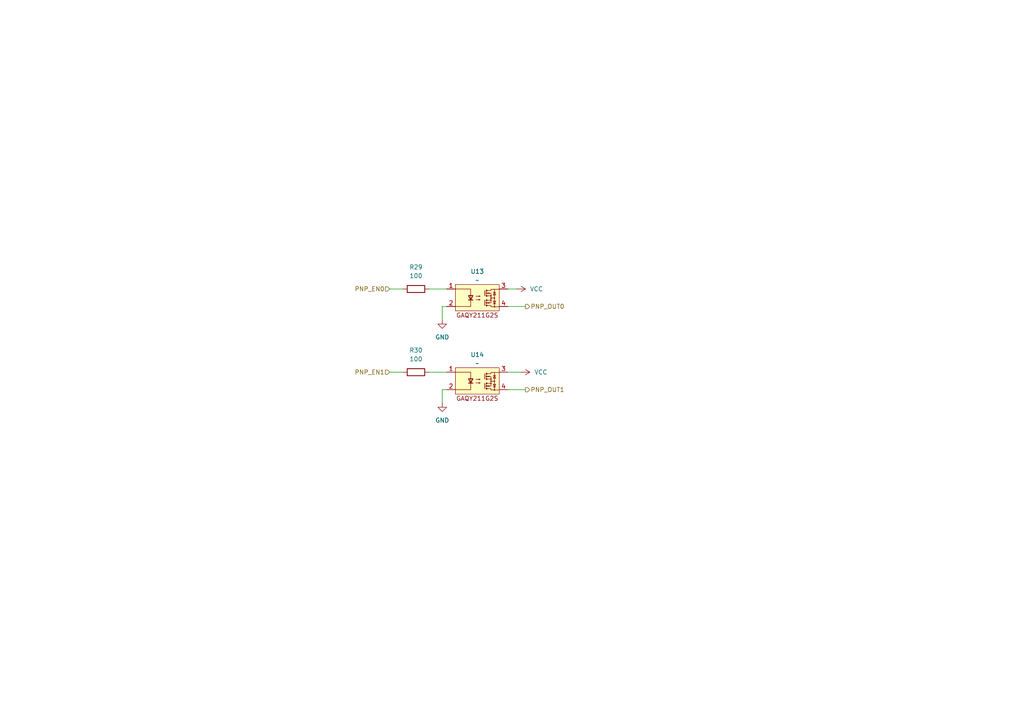
<source format=kicad_sch>
(kicad_sch
	(version 20250114)
	(generator "eeschema")
	(generator_version "9.0")
	(uuid "6b90f695-c192-42b5-bcb6-eae49eac3079")
	(paper "A4")
	(lib_symbols
		(symbol "Device:R"
			(pin_numbers
				(hide yes)
			)
			(pin_names
				(offset 0)
			)
			(exclude_from_sim no)
			(in_bom yes)
			(on_board yes)
			(property "Reference" "R"
				(at 2.032 0 90)
				(effects
					(font
						(size 1.27 1.27)
					)
				)
			)
			(property "Value" "R"
				(at 0 0 90)
				(effects
					(font
						(size 1.27 1.27)
					)
				)
			)
			(property "Footprint" ""
				(at -1.778 0 90)
				(effects
					(font
						(size 1.27 1.27)
					)
					(hide yes)
				)
			)
			(property "Datasheet" "~"
				(at 0 0 0)
				(effects
					(font
						(size 1.27 1.27)
					)
					(hide yes)
				)
			)
			(property "Description" "Resistor"
				(at 0 0 0)
				(effects
					(font
						(size 1.27 1.27)
					)
					(hide yes)
				)
			)
			(property "ki_keywords" "R res resistor"
				(at 0 0 0)
				(effects
					(font
						(size 1.27 1.27)
					)
					(hide yes)
				)
			)
			(property "ki_fp_filters" "R_*"
				(at 0 0 0)
				(effects
					(font
						(size 1.27 1.27)
					)
					(hide yes)
				)
			)
			(symbol "R_0_1"
				(rectangle
					(start -1.016 -2.54)
					(end 1.016 2.54)
					(stroke
						(width 0.254)
						(type default)
					)
					(fill
						(type none)
					)
				)
			)
			(symbol "R_1_1"
				(pin passive line
					(at 0 3.81 270)
					(length 1.27)
					(name "~"
						(effects
							(font
								(size 1.27 1.27)
							)
						)
					)
					(number "1"
						(effects
							(font
								(size 1.27 1.27)
							)
						)
					)
				)
				(pin passive line
					(at 0 -3.81 90)
					(length 1.27)
					(name "~"
						(effects
							(font
								(size 1.27 1.27)
							)
						)
					)
					(number "2"
						(effects
							(font
								(size 1.27 1.27)
							)
						)
					)
				)
			)
			(embedded_fonts no)
		)
		(symbol "Riqi_Parts:GAQY211G2S"
			(exclude_from_sim no)
			(in_bom yes)
			(on_board yes)
			(property "Reference" "U"
				(at 0 0 0)
				(effects
					(font
						(size 1.27 1.27)
					)
				)
			)
			(property "Value" ""
				(at 0 0 0)
				(effects
					(font
						(size 1.27 1.27)
					)
				)
			)
			(property "Footprint" "Package_SO:SO-4_4.4x4.3mm_P2.54mm"
				(at 0 0 0)
				(effects
					(font
						(size 1.27 1.27)
					)
					(hide yes)
				)
			)
			(property "Datasheet" "https://lcsc.com/datasheet/lcsc_datasheet_2411220035_SUPSiC-GAQY211G2S_C7435104.pdf"
				(at 0 0 0)
				(effects
					(font
						(size 1.27 1.27)
					)
					(hide yes)
				)
			)
			(property "Description" ""
				(at 0 0 0)
				(effects
					(font
						(size 1.27 1.27)
					)
					(hide yes)
				)
			)
			(symbol "GAQY211G2S_0_1"
				(polyline
					(pts
						(xy -2.54 -2.54) (xy 1.905 -2.54) (xy 1.905 -4.445)
					)
					(stroke
						(width 0)
						(type default)
					)
					(fill
						(type none)
					)
				)
				(polyline
					(pts
						(xy 1.27 -5.715) (xy 2.54 -5.715)
					)
					(stroke
						(width 0.254)
						(type default)
					)
					(fill
						(type none)
					)
				)
				(polyline
					(pts
						(xy 1.905 -4.191) (xy 1.905 -7.62) (xy -2.54 -7.62)
					)
					(stroke
						(width 0)
						(type default)
					)
					(fill
						(type none)
					)
				)
				(polyline
					(pts
						(xy 1.905 -5.715) (xy 1.27 -4.445) (xy 2.54 -4.445) (xy 1.905 -5.715)
					)
					(stroke
						(width 0.254)
						(type default)
					)
					(fill
						(type none)
					)
				)
				(polyline
					(pts
						(xy 3.4016 -4.6346) (xy 4.6716 -4.6346) (xy 4.2906 -4.7616) (xy 4.2906 -4.5076) (xy 4.6716 -4.6346)
					)
					(stroke
						(width 0)
						(type default)
					)
					(fill
						(type none)
					)
				)
				(polyline
					(pts
						(xy 3.4016 -5.6506) (xy 4.6716 -5.6506) (xy 4.2906 -5.7776) (xy 4.2906 -5.5236) (xy 4.6716 -5.6506)
					)
					(stroke
						(width 0)
						(type default)
					)
					(fill
						(type none)
					)
				)
				(polyline
					(pts
						(xy 6.004 -3.0018) (xy 6.004 -4.5258)
					)
					(stroke
						(width 0.2032)
						(type default)
					)
					(fill
						(type none)
					)
				)
				(polyline
					(pts
						(xy 6.004 -5.7958) (xy 6.004 -7.3198)
					)
					(stroke
						(width 0.2032)
						(type default)
					)
					(fill
						(type none)
					)
				)
				(polyline
					(pts
						(xy 6.512 -2.8748) (xy 6.512 -3.1288) (xy 6.512 -3.1288)
					)
					(stroke
						(width 0.3556)
						(type default)
					)
					(fill
						(type none)
					)
				)
				(polyline
					(pts
						(xy 6.512 -3.6368) (xy 6.512 -3.8908) (xy 6.512 -3.8908)
					)
					(stroke
						(width 0.3556)
						(type default)
					)
					(fill
						(type none)
					)
				)
				(polyline
					(pts
						(xy 6.512 -4.3988) (xy 6.512 -4.6528) (xy 6.512 -4.6528)
					)
					(stroke
						(width 0.3556)
						(type default)
					)
					(fill
						(type none)
					)
				)
				(polyline
					(pts
						(xy 6.512 -5.6688) (xy 6.512 -5.9228)
					)
					(stroke
						(width 0.3556)
						(type default)
					)
					(fill
						(type none)
					)
				)
				(polyline
					(pts
						(xy 6.512 -6.4308) (xy 6.512 -6.6848) (xy 6.512 -6.6848)
					)
					(stroke
						(width 0.3556)
						(type default)
					)
					(fill
						(type none)
					)
				)
				(polyline
					(pts
						(xy 6.512 -7.1928) (xy 6.512 -7.4468) (xy 6.512 -7.4468)
					)
					(stroke
						(width 0.3556)
						(type default)
					)
					(fill
						(type none)
					)
				)
				(polyline
					(pts
						(xy 6.639 -3.0018) (xy 7.782 -3.0018) (xy 7.782 -2.6208) (xy 10.068 -2.6208)
					)
					(stroke
						(width 0)
						(type default)
					)
					(fill
						(type none)
					)
				)
				(polyline
					(pts
						(xy 6.639 -3.7638) (xy 7.782 -3.7638) (xy 7.782 -4.5258)
					)
					(stroke
						(width 0)
						(type default)
					)
					(fill
						(type none)
					)
				)
				(polyline
					(pts
						(xy 6.639 -5.7958) (xy 7.782 -5.7958) (xy 7.782 -4.5258) (xy 6.639 -4.5258)
					)
					(stroke
						(width 0)
						(type default)
					)
					(fill
						(type none)
					)
				)
				(polyline
					(pts
						(xy 6.639 -6.5578) (xy 7.782 -6.5578) (xy 7.782 -5.7958)
					)
					(stroke
						(width 0)
						(type default)
					)
					(fill
						(type none)
					)
				)
				(polyline
					(pts
						(xy 6.639 -7.3198) (xy 7.782 -7.3198) (xy 7.782 -7.7008) (xy 10.068 -7.7008)
					)
					(stroke
						(width 0)
						(type default)
					)
					(fill
						(type none)
					)
				)
				(polyline
					(pts
						(xy 6.766 -3.7638) (xy 7.274 -3.6368) (xy 7.274 -3.8908) (xy 6.766 -3.7638)
					)
					(stroke
						(width 0)
						(type default)
					)
					(fill
						(type none)
					)
				)
				(polyline
					(pts
						(xy 6.766 -6.5578) (xy 7.274 -6.4308) (xy 7.274 -6.6848) (xy 6.766 -6.5578)
					)
					(stroke
						(width 0)
						(type default)
					)
					(fill
						(type none)
					)
				)
				(circle
					(center 7.782 -4.5258)
					(radius 0.127)
					(stroke
						(width 0)
						(type default)
					)
					(fill
						(type none)
					)
				)
				(polyline
					(pts
						(xy 7.782 -5.1608) (xy 8.798 -5.1608)
					)
					(stroke
						(width 0)
						(type default)
					)
					(fill
						(type none)
					)
				)
				(circle
					(center 7.782 -5.1608)
					(radius 0.127)
					(stroke
						(width 0)
						(type default)
					)
					(fill
						(type none)
					)
				)
				(circle
					(center 7.782 -5.7958)
					(radius 0.127)
					(stroke
						(width 0)
						(type default)
					)
					(fill
						(type none)
					)
				)
				(polyline
					(pts
						(xy 8.417 -3.5098) (xy 9.179 -3.5098)
					)
					(stroke
						(width 0)
						(type default)
					)
					(fill
						(type none)
					)
				)
				(polyline
					(pts
						(xy 8.417 -6.8118) (xy 9.179 -6.8118)
					)
					(stroke
						(width 0)
						(type default)
					)
					(fill
						(type none)
					)
				)
				(polyline
					(pts
						(xy 8.798 -3.5098) (xy 8.417 -4.2718) (xy 9.179 -4.2718) (xy 8.798 -3.5098)
					)
					(stroke
						(width 0)
						(type default)
					)
					(fill
						(type none)
					)
				)
				(circle
					(center 8.798 -5.1608)
					(radius 0.127)
					(stroke
						(width 0)
						(type default)
					)
					(fill
						(type none)
					)
				)
				(polyline
					(pts
						(xy 8.798 -6.8118) (xy 8.417 -6.0498) (xy 9.179 -6.0498) (xy 8.798 -6.8118)
					)
					(stroke
						(width 0)
						(type default)
					)
					(fill
						(type none)
					)
				)
				(polyline
					(pts
						(xy 8.798 -7.7008) (xy 8.798 -2.6208)
					)
					(stroke
						(width 0)
						(type default)
					)
					(fill
						(type none)
					)
				)
				(circle
					(center 8.798 -7.7008)
					(radius 0.127)
					(stroke
						(width 0)
						(type default)
					)
					(fill
						(type none)
					)
				)
			)
			(symbol "GAQY211G2S_1_1"
				(rectangle
					(start -2.54 -1.27)
					(end 10.16 -8.89)
					(stroke
						(width 0)
						(type solid)
					)
					(fill
						(type background)
					)
				)
				(text "GAQY211G2S\n"
					(at 3.81 -10.16 0)
					(effects
						(font
							(size 1.27 1.27)
						)
					)
				)
				(pin input line
					(at -5.08 -2.54 0)
					(length 2.54)
					(name ""
						(effects
							(font
								(size 1.27 1.27)
							)
						)
					)
					(number "1"
						(effects
							(font
								(size 1.27 1.27)
							)
						)
					)
				)
				(pin input line
					(at -5.08 -7.62 0)
					(length 2.54)
					(name ""
						(effects
							(font
								(size 1.27 1.27)
							)
						)
					)
					(number "2"
						(effects
							(font
								(size 1.27 1.27)
							)
						)
					)
				)
				(pin input line
					(at 12.7 -2.54 180)
					(length 2.54)
					(name ""
						(effects
							(font
								(size 1.27 1.27)
							)
						)
					)
					(number "3"
						(effects
							(font
								(size 1.27 1.27)
							)
						)
					)
				)
				(pin input line
					(at 12.7 -7.62 180)
					(length 2.54)
					(name ""
						(effects
							(font
								(size 1.27 1.27)
							)
						)
					)
					(number "4"
						(effects
							(font
								(size 1.27 1.27)
							)
						)
					)
				)
			)
			(embedded_fonts no)
		)
		(symbol "power:GND"
			(power)
			(pin_numbers
				(hide yes)
			)
			(pin_names
				(offset 0)
				(hide yes)
			)
			(exclude_from_sim no)
			(in_bom yes)
			(on_board yes)
			(property "Reference" "#PWR"
				(at 0 -6.35 0)
				(effects
					(font
						(size 1.27 1.27)
					)
					(hide yes)
				)
			)
			(property "Value" "GND"
				(at 0 -3.81 0)
				(effects
					(font
						(size 1.27 1.27)
					)
				)
			)
			(property "Footprint" ""
				(at 0 0 0)
				(effects
					(font
						(size 1.27 1.27)
					)
					(hide yes)
				)
			)
			(property "Datasheet" ""
				(at 0 0 0)
				(effects
					(font
						(size 1.27 1.27)
					)
					(hide yes)
				)
			)
			(property "Description" "Power symbol creates a global label with name \"GND\" , ground"
				(at 0 0 0)
				(effects
					(font
						(size 1.27 1.27)
					)
					(hide yes)
				)
			)
			(property "ki_keywords" "global power"
				(at 0 0 0)
				(effects
					(font
						(size 1.27 1.27)
					)
					(hide yes)
				)
			)
			(symbol "GND_0_1"
				(polyline
					(pts
						(xy 0 0) (xy 0 -1.27) (xy 1.27 -1.27) (xy 0 -2.54) (xy -1.27 -1.27) (xy 0 -1.27)
					)
					(stroke
						(width 0)
						(type default)
					)
					(fill
						(type none)
					)
				)
			)
			(symbol "GND_1_1"
				(pin power_in line
					(at 0 0 270)
					(length 0)
					(name "~"
						(effects
							(font
								(size 1.27 1.27)
							)
						)
					)
					(number "1"
						(effects
							(font
								(size 1.27 1.27)
							)
						)
					)
				)
			)
			(embedded_fonts no)
		)
		(symbol "power:VCC"
			(power)
			(pin_numbers
				(hide yes)
			)
			(pin_names
				(offset 0)
				(hide yes)
			)
			(exclude_from_sim no)
			(in_bom yes)
			(on_board yes)
			(property "Reference" "#PWR"
				(at 0 -3.81 0)
				(effects
					(font
						(size 1.27 1.27)
					)
					(hide yes)
				)
			)
			(property "Value" "VCC"
				(at 0 3.556 0)
				(effects
					(font
						(size 1.27 1.27)
					)
				)
			)
			(property "Footprint" ""
				(at 0 0 0)
				(effects
					(font
						(size 1.27 1.27)
					)
					(hide yes)
				)
			)
			(property "Datasheet" ""
				(at 0 0 0)
				(effects
					(font
						(size 1.27 1.27)
					)
					(hide yes)
				)
			)
			(property "Description" "Power symbol creates a global label with name \"VCC\""
				(at 0 0 0)
				(effects
					(font
						(size 1.27 1.27)
					)
					(hide yes)
				)
			)
			(property "ki_keywords" "global power"
				(at 0 0 0)
				(effects
					(font
						(size 1.27 1.27)
					)
					(hide yes)
				)
			)
			(symbol "VCC_0_1"
				(polyline
					(pts
						(xy -0.762 1.27) (xy 0 2.54)
					)
					(stroke
						(width 0)
						(type default)
					)
					(fill
						(type none)
					)
				)
				(polyline
					(pts
						(xy 0 2.54) (xy 0.762 1.27)
					)
					(stroke
						(width 0)
						(type default)
					)
					(fill
						(type none)
					)
				)
				(polyline
					(pts
						(xy 0 0) (xy 0 2.54)
					)
					(stroke
						(width 0)
						(type default)
					)
					(fill
						(type none)
					)
				)
			)
			(symbol "VCC_1_1"
				(pin power_in line
					(at 0 0 90)
					(length 0)
					(name "~"
						(effects
							(font
								(size 1.27 1.27)
							)
						)
					)
					(number "1"
						(effects
							(font
								(size 1.27 1.27)
							)
						)
					)
				)
			)
			(embedded_fonts no)
		)
	)
	(wire
		(pts
			(xy 113.03 107.95) (xy 116.84 107.95)
		)
		(stroke
			(width 0)
			(type default)
		)
		(uuid "3245a4c3-9344-4301-9acd-070dbedeebca")
	)
	(wire
		(pts
			(xy 124.46 83.82) (xy 129.54 83.82)
		)
		(stroke
			(width 0)
			(type default)
		)
		(uuid "32ecf3bf-b94a-4a15-a4a2-bd1a7fdfa625")
	)
	(wire
		(pts
			(xy 147.32 83.82) (xy 149.86 83.82)
		)
		(stroke
			(width 0)
			(type default)
		)
		(uuid "3ebd1996-2deb-4b2e-93c9-2b601b031353")
	)
	(wire
		(pts
			(xy 124.46 107.95) (xy 129.54 107.95)
		)
		(stroke
			(width 0)
			(type default)
		)
		(uuid "50d0cb99-7ee6-4582-ae40-b0182baddb1a")
	)
	(wire
		(pts
			(xy 147.32 113.03) (xy 152.4 113.03)
		)
		(stroke
			(width 0)
			(type default)
		)
		(uuid "62853d0e-11ad-425c-88bf-41b9a11a038b")
	)
	(wire
		(pts
			(xy 128.27 116.84) (xy 128.27 113.03)
		)
		(stroke
			(width 0)
			(type default)
		)
		(uuid "6f31c9bd-6b45-4947-9ba8-c7c8d5fb446d")
	)
	(wire
		(pts
			(xy 128.27 92.71) (xy 128.27 88.9)
		)
		(stroke
			(width 0)
			(type default)
		)
		(uuid "7cc5ed8b-353e-4f2f-8f1d-a0950a2f3561")
	)
	(wire
		(pts
			(xy 128.27 113.03) (xy 129.54 113.03)
		)
		(stroke
			(width 0)
			(type default)
		)
		(uuid "7e24afa5-e55a-45a7-9563-42a299285ab8")
	)
	(wire
		(pts
			(xy 113.03 83.82) (xy 116.84 83.82)
		)
		(stroke
			(width 0)
			(type default)
		)
		(uuid "8e6cfb6f-e0bc-4810-99ba-201aeecb9e34")
	)
	(wire
		(pts
			(xy 128.27 88.9) (xy 129.54 88.9)
		)
		(stroke
			(width 0)
			(type default)
		)
		(uuid "9a9c72db-6948-4fd1-9eb5-44169f9f2e77")
	)
	(wire
		(pts
			(xy 147.32 107.95) (xy 151.13 107.95)
		)
		(stroke
			(width 0)
			(type default)
		)
		(uuid "cc84b4d9-0752-4f6f-90bf-b0bad945f0cf")
	)
	(wire
		(pts
			(xy 147.32 88.9) (xy 152.4 88.9)
		)
		(stroke
			(width 0)
			(type default)
		)
		(uuid "d8d13438-f9f8-4f7f-99c5-f8ddab16c8f3")
	)
	(hierarchical_label "PNP_OUT1"
		(shape output)
		(at 152.4 113.03 0)
		(effects
			(font
				(size 1.27 1.27)
			)
			(justify left)
		)
		(uuid "2f91d937-7aee-404f-9c04-a165a1e61db0")
	)
	(hierarchical_label "PNP_OUT0"
		(shape output)
		(at 152.4 88.9 0)
		(effects
			(font
				(size 1.27 1.27)
			)
			(justify left)
		)
		(uuid "314a2d2a-972b-49bc-808b-65028d823b25")
	)
	(hierarchical_label "PNP_EN0"
		(shape input)
		(at 113.03 83.82 180)
		(effects
			(font
				(size 1.27 1.27)
			)
			(justify right)
		)
		(uuid "5721e82c-43f0-46d1-a56f-960f8350c2b0")
	)
	(hierarchical_label "PNP_EN1"
		(shape input)
		(at 113.03 107.95 180)
		(effects
			(font
				(size 1.27 1.27)
			)
			(justify right)
		)
		(uuid "6c69187f-f5b6-419d-90b7-a5eb883fcb25")
	)
	(symbol
		(lib_id "Riqi_Parts:GAQY211G2S")
		(at 134.62 105.41 0)
		(unit 1)
		(exclude_from_sim no)
		(in_bom yes)
		(on_board yes)
		(dnp no)
		(fields_autoplaced yes)
		(uuid "0811d423-dc83-44a7-bac4-f28d24daba94")
		(property "Reference" "U14"
			(at 138.43 102.87 0)
			(effects
				(font
					(size 1.27 1.27)
				)
			)
		)
		(property "Value" "~"
			(at 138.43 105.41 0)
			(effects
				(font
					(size 1.27 1.27)
				)
			)
		)
		(property "Footprint" "Package_SO:SO-4_4.4x4.3mm_P2.54mm"
			(at 134.62 105.41 0)
			(effects
				(font
					(size 1.27 1.27)
				)
				(hide yes)
			)
		)
		(property "Datasheet" "https://lcsc.com/datasheet/lcsc_datasheet_2411220035_SUPSiC-GAQY211G2S_C7435104.pdf"
			(at 134.62 105.41 0)
			(effects
				(font
					(size 1.27 1.27)
				)
				(hide yes)
			)
		)
		(property "Description" ""
			(at 134.62 105.41 0)
			(effects
				(font
					(size 1.27 1.27)
				)
				(hide yes)
			)
		)
		(pin "3"
			(uuid "6956385a-df38-40ba-a148-6655bf2463a7")
		)
		(pin "1"
			(uuid "31d46872-1822-478c-bbea-db2fff7c4830")
		)
		(pin "2"
			(uuid "614e8f95-864c-44ec-83cf-55ed048c031f")
		)
		(pin "4"
			(uuid "2308afe4-ca82-4b68-95cd-3aaf21f1738a")
		)
		(instances
			(project "NIVARA"
				(path "/8290cc18-06d0-4e02-a781-29a61ebc321a/9e4d7a0c-a5eb-4e88-9036-0c35e68b279a/75a26718-4d1a-4f94-8a92-dbb42fb796de"
					(reference "U14")
					(unit 1)
				)
			)
		)
	)
	(symbol
		(lib_id "Riqi_Parts:GAQY211G2S")
		(at 134.62 81.28 0)
		(unit 1)
		(exclude_from_sim no)
		(in_bom yes)
		(on_board yes)
		(dnp no)
		(fields_autoplaced yes)
		(uuid "46c6d2e1-33d5-4826-a9c7-c7cde65d96fe")
		(property "Reference" "U13"
			(at 138.43 78.74 0)
			(effects
				(font
					(size 1.27 1.27)
				)
			)
		)
		(property "Value" "~"
			(at 138.43 81.28 0)
			(effects
				(font
					(size 1.27 1.27)
				)
			)
		)
		(property "Footprint" "Package_SO:SO-4_4.4x4.3mm_P2.54mm"
			(at 134.62 81.28 0)
			(effects
				(font
					(size 1.27 1.27)
				)
				(hide yes)
			)
		)
		(property "Datasheet" "https://lcsc.com/datasheet/lcsc_datasheet_2411220035_SUPSiC-GAQY211G2S_C7435104.pdf"
			(at 134.62 81.28 0)
			(effects
				(font
					(size 1.27 1.27)
				)
				(hide yes)
			)
		)
		(property "Description" ""
			(at 134.62 81.28 0)
			(effects
				(font
					(size 1.27 1.27)
				)
				(hide yes)
			)
		)
		(pin "3"
			(uuid "d9622907-61f9-434c-87c3-53549ec9b44e")
		)
		(pin "1"
			(uuid "9fcb584d-0bc0-45da-8fbf-c2fec62835fe")
		)
		(pin "2"
			(uuid "83df3f4c-2a9d-4e6c-97dc-f1134a5bfa50")
		)
		(pin "4"
			(uuid "d0497e73-7f72-4472-aefd-835f9d2ee9da")
		)
		(instances
			(project "NIVARA"
				(path "/8290cc18-06d0-4e02-a781-29a61ebc321a/9e4d7a0c-a5eb-4e88-9036-0c35e68b279a/75a26718-4d1a-4f94-8a92-dbb42fb796de"
					(reference "U13")
					(unit 1)
				)
			)
		)
	)
	(symbol
		(lib_id "power:GND")
		(at 128.27 116.84 0)
		(unit 1)
		(exclude_from_sim no)
		(in_bom yes)
		(on_board yes)
		(dnp no)
		(fields_autoplaced yes)
		(uuid "60209b14-de42-4cb0-8dad-2620a845bc89")
		(property "Reference" "#PWR056"
			(at 128.27 123.19 0)
			(effects
				(font
					(size 1.27 1.27)
				)
				(hide yes)
			)
		)
		(property "Value" "GND"
			(at 128.27 121.92 0)
			(effects
				(font
					(size 1.27 1.27)
				)
			)
		)
		(property "Footprint" ""
			(at 128.27 116.84 0)
			(effects
				(font
					(size 1.27 1.27)
				)
				(hide yes)
			)
		)
		(property "Datasheet" ""
			(at 128.27 116.84 0)
			(effects
				(font
					(size 1.27 1.27)
				)
				(hide yes)
			)
		)
		(property "Description" "Power symbol creates a global label with name \"GND\" , ground"
			(at 128.27 116.84 0)
			(effects
				(font
					(size 1.27 1.27)
				)
				(hide yes)
			)
		)
		(pin "1"
			(uuid "6f838582-e6ea-4837-a3a2-8fec18e72638")
		)
		(instances
			(project "NIVARA"
				(path "/8290cc18-06d0-4e02-a781-29a61ebc321a/9e4d7a0c-a5eb-4e88-9036-0c35e68b279a/75a26718-4d1a-4f94-8a92-dbb42fb796de"
					(reference "#PWR056")
					(unit 1)
				)
			)
		)
	)
	(symbol
		(lib_id "power:VCC")
		(at 151.13 107.95 270)
		(unit 1)
		(exclude_from_sim no)
		(in_bom yes)
		(on_board yes)
		(dnp no)
		(fields_autoplaced yes)
		(uuid "6b7f8dbd-0917-4624-947f-4110adeedc99")
		(property "Reference" "#PWR057"
			(at 147.32 107.95 0)
			(effects
				(font
					(size 1.27 1.27)
				)
				(hide yes)
			)
		)
		(property "Value" "VCC"
			(at 154.94 107.9499 90)
			(effects
				(font
					(size 1.27 1.27)
				)
				(justify left)
			)
		)
		(property "Footprint" ""
			(at 151.13 107.95 0)
			(effects
				(font
					(size 1.27 1.27)
				)
				(hide yes)
			)
		)
		(property "Datasheet" ""
			(at 151.13 107.95 0)
			(effects
				(font
					(size 1.27 1.27)
				)
				(hide yes)
			)
		)
		(property "Description" "Power symbol creates a global label with name \"VCC\""
			(at 151.13 107.95 0)
			(effects
				(font
					(size 1.27 1.27)
				)
				(hide yes)
			)
		)
		(pin "1"
			(uuid "1a2fefd0-2ab7-41c7-a6d7-e026a5ffc4ea")
		)
		(instances
			(project "NIVARA"
				(path "/8290cc18-06d0-4e02-a781-29a61ebc321a/9e4d7a0c-a5eb-4e88-9036-0c35e68b279a/75a26718-4d1a-4f94-8a92-dbb42fb796de"
					(reference "#PWR057")
					(unit 1)
				)
			)
		)
	)
	(symbol
		(lib_id "power:GND")
		(at 128.27 92.71 0)
		(unit 1)
		(exclude_from_sim no)
		(in_bom yes)
		(on_board yes)
		(dnp no)
		(fields_autoplaced yes)
		(uuid "a741e774-7e8b-4d99-bf4a-9f82c2a19caa")
		(property "Reference" "#PWR033"
			(at 128.27 99.06 0)
			(effects
				(font
					(size 1.27 1.27)
				)
				(hide yes)
			)
		)
		(property "Value" "GND"
			(at 128.27 97.79 0)
			(effects
				(font
					(size 1.27 1.27)
				)
			)
		)
		(property "Footprint" ""
			(at 128.27 92.71 0)
			(effects
				(font
					(size 1.27 1.27)
				)
				(hide yes)
			)
		)
		(property "Datasheet" ""
			(at 128.27 92.71 0)
			(effects
				(font
					(size 1.27 1.27)
				)
				(hide yes)
			)
		)
		(property "Description" "Power symbol creates a global label with name \"GND\" , ground"
			(at 128.27 92.71 0)
			(effects
				(font
					(size 1.27 1.27)
				)
				(hide yes)
			)
		)
		(pin "1"
			(uuid "0f3350c7-acf8-42a7-adaf-8b3f01d0e634")
		)
		(instances
			(project "NIVARA"
				(path "/8290cc18-06d0-4e02-a781-29a61ebc321a/9e4d7a0c-a5eb-4e88-9036-0c35e68b279a/75a26718-4d1a-4f94-8a92-dbb42fb796de"
					(reference "#PWR033")
					(unit 1)
				)
			)
		)
	)
	(symbol
		(lib_id "Device:R")
		(at 120.65 107.95 90)
		(unit 1)
		(exclude_from_sim no)
		(in_bom yes)
		(on_board yes)
		(dnp no)
		(fields_autoplaced yes)
		(uuid "b9e6acd4-a0c9-48c7-857f-2613e16cd958")
		(property "Reference" "R30"
			(at 120.65 101.6 90)
			(effects
				(font
					(size 1.27 1.27)
				)
			)
		)
		(property "Value" "100"
			(at 120.65 104.14 90)
			(effects
				(font
					(size 1.27 1.27)
				)
			)
		)
		(property "Footprint" ""
			(at 120.65 109.728 90)
			(effects
				(font
					(size 1.27 1.27)
				)
				(hide yes)
			)
		)
		(property "Datasheet" "~"
			(at 120.65 107.95 0)
			(effects
				(font
					(size 1.27 1.27)
				)
				(hide yes)
			)
		)
		(property "Description" "Resistor"
			(at 120.65 107.95 0)
			(effects
				(font
					(size 1.27 1.27)
				)
				(hide yes)
			)
		)
		(pin "1"
			(uuid "685d475c-a39a-458f-9563-f75caa10202a")
		)
		(pin "2"
			(uuid "fd161cb3-6781-4fc9-8313-9aba681c498c")
		)
		(instances
			(project "NIVARA"
				(path "/8290cc18-06d0-4e02-a781-29a61ebc321a/9e4d7a0c-a5eb-4e88-9036-0c35e68b279a/75a26718-4d1a-4f94-8a92-dbb42fb796de"
					(reference "R30")
					(unit 1)
				)
			)
		)
	)
	(symbol
		(lib_id "Device:R")
		(at 120.65 83.82 90)
		(unit 1)
		(exclude_from_sim no)
		(in_bom yes)
		(on_board yes)
		(dnp no)
		(fields_autoplaced yes)
		(uuid "ba29a8fe-c60c-4cf3-baf8-2e87389e5dd8")
		(property "Reference" "R29"
			(at 120.65 77.47 90)
			(effects
				(font
					(size 1.27 1.27)
				)
			)
		)
		(property "Value" "100"
			(at 120.65 80.01 90)
			(effects
				(font
					(size 1.27 1.27)
				)
			)
		)
		(property "Footprint" ""
			(at 120.65 85.598 90)
			(effects
				(font
					(size 1.27 1.27)
				)
				(hide yes)
			)
		)
		(property "Datasheet" "~"
			(at 120.65 83.82 0)
			(effects
				(font
					(size 1.27 1.27)
				)
				(hide yes)
			)
		)
		(property "Description" "Resistor"
			(at 120.65 83.82 0)
			(effects
				(font
					(size 1.27 1.27)
				)
				(hide yes)
			)
		)
		(pin "1"
			(uuid "c67698f5-8441-498c-a763-73884e793d87")
		)
		(pin "2"
			(uuid "79abff8e-47c3-4d8a-93f3-99b72d8270f3")
		)
		(instances
			(project "NIVARA"
				(path "/8290cc18-06d0-4e02-a781-29a61ebc321a/9e4d7a0c-a5eb-4e88-9036-0c35e68b279a/75a26718-4d1a-4f94-8a92-dbb42fb796de"
					(reference "R29")
					(unit 1)
				)
			)
		)
	)
	(symbol
		(lib_id "power:VCC")
		(at 149.86 83.82 270)
		(unit 1)
		(exclude_from_sim no)
		(in_bom yes)
		(on_board yes)
		(dnp no)
		(fields_autoplaced yes)
		(uuid "d2ac5b92-9a8a-49f4-adb7-87bce3c97c9d")
		(property "Reference" "#PWR051"
			(at 146.05 83.82 0)
			(effects
				(font
					(size 1.27 1.27)
				)
				(hide yes)
			)
		)
		(property "Value" "VCC"
			(at 153.67 83.8199 90)
			(effects
				(font
					(size 1.27 1.27)
				)
				(justify left)
			)
		)
		(property "Footprint" ""
			(at 149.86 83.82 0)
			(effects
				(font
					(size 1.27 1.27)
				)
				(hide yes)
			)
		)
		(property "Datasheet" ""
			(at 149.86 83.82 0)
			(effects
				(font
					(size 1.27 1.27)
				)
				(hide yes)
			)
		)
		(property "Description" "Power symbol creates a global label with name \"VCC\""
			(at 149.86 83.82 0)
			(effects
				(font
					(size 1.27 1.27)
				)
				(hide yes)
			)
		)
		(pin "1"
			(uuid "2665c9c9-d191-4833-b9de-992d71c28951")
		)
		(instances
			(project "NIVARA"
				(path "/8290cc18-06d0-4e02-a781-29a61ebc321a/9e4d7a0c-a5eb-4e88-9036-0c35e68b279a/75a26718-4d1a-4f94-8a92-dbb42fb796de"
					(reference "#PWR051")
					(unit 1)
				)
			)
		)
	)
)

</source>
